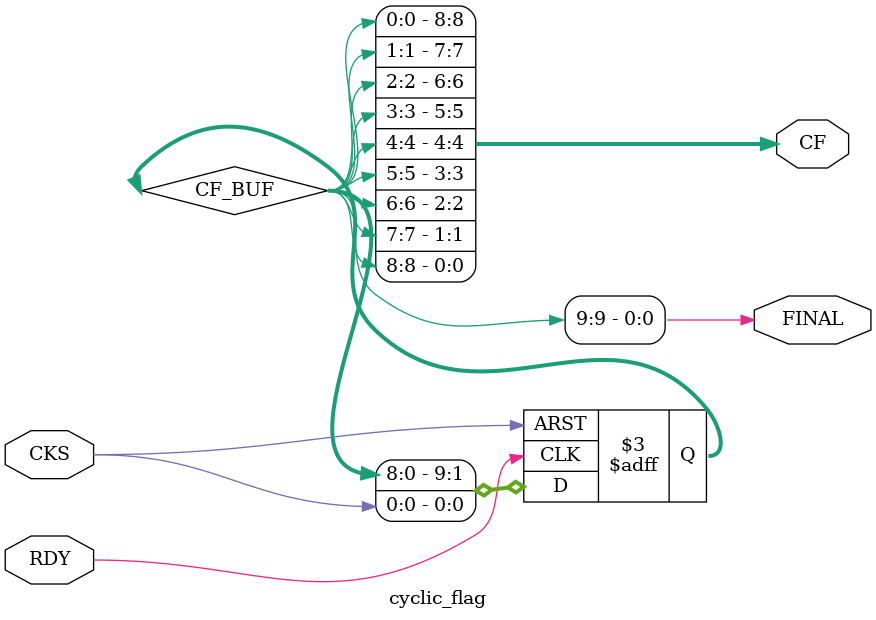
<source format=v>
`timescale 1ns / 1ps


module cyclic_flag(
    input RDY,
    input CKS,
    output FINAL,
    output [0:8] CF
    );
    reg [9:0] CF_BUF;
    always @(posedge RDY or negedge CKS) begin
        if (!CKS)
            CF_BUF <= 9'b0;
        else
            CF_BUF <= {CF_BUF[9:0], CKS}; // Shift register dengan input EN
    end
    assign CF = {CF_BUF[0], CF_BUF[1], CF_BUF[2], CF_BUF[3], CF_BUF[4], CF_BUF[5], CF_BUF[6], CF_BUF[7], CF_BUF[8]};
    assign FINAL = CF_BUF[9];
endmodule

</source>
